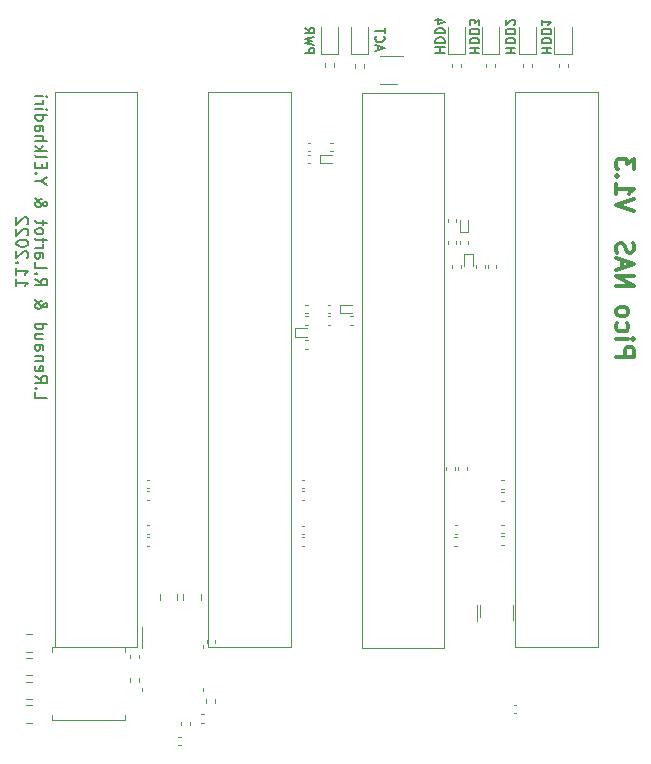
<source format=gbr>
%TF.GenerationSoftware,KiCad,Pcbnew,(6.0.7)*%
%TF.CreationDate,2022-11-21T16:52:03+01:00*%
%TF.ProjectId,MainBoard,4d61696e-426f-4617-9264-2e6b69636164,rev?*%
%TF.SameCoordinates,PXa344e00PY7102aa0*%
%TF.FileFunction,Legend,Bot*%
%TF.FilePolarity,Positive*%
%FSLAX46Y46*%
G04 Gerber Fmt 4.6, Leading zero omitted, Abs format (unit mm)*
G04 Created by KiCad (PCBNEW (6.0.7)) date 2022-11-21 16:52:03*
%MOMM*%
%LPD*%
G01*
G04 APERTURE LIST*
%ADD10C,0.150000*%
%ADD11C,0.300000*%
%ADD12C,0.120000*%
G04 APERTURE END LIST*
D10*
X2627619Y37839286D02*
X2627619Y37363096D01*
X3627619Y37363096D01*
X2722857Y38172620D02*
X2675238Y38220239D01*
X2627619Y38172620D01*
X2675238Y38125000D01*
X2722857Y38172620D01*
X2627619Y38172620D01*
X2627619Y39220239D02*
X3103809Y38886905D01*
X2627619Y38648810D02*
X3627619Y38648810D01*
X3627619Y39029762D01*
X3580000Y39125000D01*
X3532380Y39172620D01*
X3437142Y39220239D01*
X3294285Y39220239D01*
X3199047Y39172620D01*
X3151428Y39125000D01*
X3103809Y39029762D01*
X3103809Y38648810D01*
X2675238Y40029762D02*
X2627619Y39934524D01*
X2627619Y39744048D01*
X2675238Y39648810D01*
X2770476Y39601191D01*
X3151428Y39601191D01*
X3246666Y39648810D01*
X3294285Y39744048D01*
X3294285Y39934524D01*
X3246666Y40029762D01*
X3151428Y40077381D01*
X3056190Y40077381D01*
X2960952Y39601191D01*
X3294285Y40505953D02*
X2627619Y40505953D01*
X3199047Y40505953D02*
X3246666Y40553572D01*
X3294285Y40648810D01*
X3294285Y40791667D01*
X3246666Y40886905D01*
X3151428Y40934524D01*
X2627619Y40934524D01*
X2627619Y41839286D02*
X3151428Y41839286D01*
X3246666Y41791667D01*
X3294285Y41696429D01*
X3294285Y41505953D01*
X3246666Y41410715D01*
X2675238Y41839286D02*
X2627619Y41744048D01*
X2627619Y41505953D01*
X2675238Y41410715D01*
X2770476Y41363096D01*
X2865714Y41363096D01*
X2960952Y41410715D01*
X3008571Y41505953D01*
X3008571Y41744048D01*
X3056190Y41839286D01*
X3294285Y42744048D02*
X2627619Y42744048D01*
X3294285Y42315477D02*
X2770476Y42315477D01*
X2675238Y42363096D01*
X2627619Y42458334D01*
X2627619Y42601191D01*
X2675238Y42696429D01*
X2722857Y42744048D01*
X2627619Y43648810D02*
X3627619Y43648810D01*
X2675238Y43648810D02*
X2627619Y43553572D01*
X2627619Y43363096D01*
X2675238Y43267858D01*
X2722857Y43220239D01*
X2818095Y43172620D01*
X3103809Y43172620D01*
X3199047Y43220239D01*
X3246666Y43267858D01*
X3294285Y43363096D01*
X3294285Y43553572D01*
X3246666Y43648810D01*
X2627619Y45696429D02*
X2627619Y45648810D01*
X2675238Y45553572D01*
X2818095Y45410715D01*
X3103809Y45172620D01*
X3246666Y45077381D01*
X3389523Y45029762D01*
X3484761Y45029762D01*
X3580000Y45077381D01*
X3627619Y45172620D01*
X3627619Y45220239D01*
X3580000Y45315477D01*
X3484761Y45363096D01*
X3437142Y45363096D01*
X3341904Y45315477D01*
X3294285Y45267858D01*
X3103809Y44982143D01*
X3056190Y44934524D01*
X2960952Y44886905D01*
X2818095Y44886905D01*
X2722857Y44934524D01*
X2675238Y44982143D01*
X2627619Y45077381D01*
X2627619Y45220239D01*
X2675238Y45315477D01*
X2722857Y45363096D01*
X2913333Y45505953D01*
X3056190Y45553572D01*
X3151428Y45553572D01*
X2627619Y47458334D02*
X3103809Y47125000D01*
X2627619Y46886905D02*
X3627619Y46886905D01*
X3627619Y47267858D01*
X3580000Y47363096D01*
X3532380Y47410715D01*
X3437142Y47458334D01*
X3294285Y47458334D01*
X3199047Y47410715D01*
X3151428Y47363096D01*
X3103809Y47267858D01*
X3103809Y46886905D01*
X2722857Y47886905D02*
X2675238Y47934524D01*
X2627619Y47886905D01*
X2675238Y47839286D01*
X2722857Y47886905D01*
X2627619Y47886905D01*
X2627619Y48839286D02*
X2627619Y48363096D01*
X3627619Y48363096D01*
X2627619Y49601191D02*
X3151428Y49601191D01*
X3246666Y49553572D01*
X3294285Y49458334D01*
X3294285Y49267858D01*
X3246666Y49172620D01*
X2675238Y49601191D02*
X2627619Y49505953D01*
X2627619Y49267858D01*
X2675238Y49172620D01*
X2770476Y49125000D01*
X2865714Y49125000D01*
X2960952Y49172620D01*
X3008571Y49267858D01*
X3008571Y49505953D01*
X3056190Y49601191D01*
X2627619Y50077381D02*
X3294285Y50077381D01*
X3103809Y50077381D02*
X3199047Y50125000D01*
X3246666Y50172620D01*
X3294285Y50267858D01*
X3294285Y50363096D01*
X3294285Y50553572D02*
X3294285Y50934524D01*
X3627619Y50696429D02*
X2770476Y50696429D01*
X2675238Y50744048D01*
X2627619Y50839286D01*
X2627619Y50934524D01*
X2627619Y51410715D02*
X2675238Y51315477D01*
X2722857Y51267858D01*
X2818095Y51220239D01*
X3103809Y51220239D01*
X3199047Y51267858D01*
X3246666Y51315477D01*
X3294285Y51410715D01*
X3294285Y51553572D01*
X3246666Y51648810D01*
X3199047Y51696429D01*
X3103809Y51744048D01*
X2818095Y51744048D01*
X2722857Y51696429D01*
X2675238Y51648810D01*
X2627619Y51553572D01*
X2627619Y51410715D01*
X3294285Y52029762D02*
X3294285Y52410715D01*
X3627619Y52172620D02*
X2770476Y52172620D01*
X2675238Y52220239D01*
X2627619Y52315477D01*
X2627619Y52410715D01*
X2627619Y54315477D02*
X2627619Y54267858D01*
X2675238Y54172620D01*
X2818095Y54029762D01*
X3103809Y53791667D01*
X3246666Y53696429D01*
X3389523Y53648810D01*
X3484761Y53648810D01*
X3580000Y53696429D01*
X3627619Y53791667D01*
X3627619Y53839286D01*
X3580000Y53934524D01*
X3484761Y53982143D01*
X3437142Y53982143D01*
X3341904Y53934524D01*
X3294285Y53886905D01*
X3103809Y53601191D01*
X3056190Y53553572D01*
X2960952Y53505953D01*
X2818095Y53505953D01*
X2722857Y53553572D01*
X2675238Y53601191D01*
X2627619Y53696429D01*
X2627619Y53839286D01*
X2675238Y53934524D01*
X2722857Y53982143D01*
X2913333Y54125000D01*
X3056190Y54172620D01*
X3151428Y54172620D01*
X3103809Y55696429D02*
X2627619Y55696429D01*
X3627619Y55363096D02*
X3103809Y55696429D01*
X3627619Y56029762D01*
X2722857Y56363096D02*
X2675238Y56410715D01*
X2627619Y56363096D01*
X2675238Y56315477D01*
X2722857Y56363096D01*
X2627619Y56363096D01*
X3151428Y56839286D02*
X3151428Y57172620D01*
X2627619Y57315477D02*
X2627619Y56839286D01*
X3627619Y56839286D01*
X3627619Y57315477D01*
X2627619Y57886905D02*
X2675238Y57791667D01*
X2770476Y57744048D01*
X3627619Y57744048D01*
X2627619Y58267858D02*
X3627619Y58267858D01*
X3008571Y58363096D02*
X2627619Y58648810D01*
X3294285Y58648810D02*
X2913333Y58267858D01*
X2627619Y59077381D02*
X3627619Y59077381D01*
X2627619Y59505953D02*
X3151428Y59505953D01*
X3246666Y59458334D01*
X3294285Y59363096D01*
X3294285Y59220239D01*
X3246666Y59125000D01*
X3199047Y59077381D01*
X2627619Y60410715D02*
X3151428Y60410715D01*
X3246666Y60363096D01*
X3294285Y60267858D01*
X3294285Y60077381D01*
X3246666Y59982143D01*
X2675238Y60410715D02*
X2627619Y60315477D01*
X2627619Y60077381D01*
X2675238Y59982143D01*
X2770476Y59934524D01*
X2865714Y59934524D01*
X2960952Y59982143D01*
X3008571Y60077381D01*
X3008571Y60315477D01*
X3056190Y60410715D01*
X2627619Y61315477D02*
X3627619Y61315477D01*
X2675238Y61315477D02*
X2627619Y61220239D01*
X2627619Y61029762D01*
X2675238Y60934524D01*
X2722857Y60886905D01*
X2818095Y60839286D01*
X3103809Y60839286D01*
X3199047Y60886905D01*
X3246666Y60934524D01*
X3294285Y61029762D01*
X3294285Y61220239D01*
X3246666Y61315477D01*
X2627619Y61791667D02*
X3294285Y61791667D01*
X3627619Y61791667D02*
X3580000Y61744048D01*
X3532380Y61791667D01*
X3580000Y61839286D01*
X3627619Y61791667D01*
X3532380Y61791667D01*
X2627619Y62267858D02*
X3294285Y62267858D01*
X3103809Y62267858D02*
X3199047Y62315477D01*
X3246666Y62363096D01*
X3294285Y62458334D01*
X3294285Y62553572D01*
X2627619Y62886905D02*
X3294285Y62886905D01*
X3627619Y62886905D02*
X3580000Y62839286D01*
X3532380Y62886905D01*
X3580000Y62934524D01*
X3627619Y62886905D01*
X3532380Y62886905D01*
X1017619Y47410715D02*
X1017619Y46839286D01*
X1017619Y47125000D02*
X2017619Y47125000D01*
X1874761Y47029762D01*
X1779523Y46934524D01*
X1731904Y46839286D01*
X1017619Y48363096D02*
X1017619Y47791667D01*
X1017619Y48077381D02*
X2017619Y48077381D01*
X1874761Y47982143D01*
X1779523Y47886905D01*
X1731904Y47791667D01*
X1112857Y48791667D02*
X1065238Y48839286D01*
X1017619Y48791667D01*
X1065238Y48744048D01*
X1112857Y48791667D01*
X1017619Y48791667D01*
X1922380Y49220239D02*
X1970000Y49267858D01*
X2017619Y49363096D01*
X2017619Y49601191D01*
X1970000Y49696429D01*
X1922380Y49744048D01*
X1827142Y49791667D01*
X1731904Y49791667D01*
X1589047Y49744048D01*
X1017619Y49172620D01*
X1017619Y49791667D01*
X2017619Y50410715D02*
X2017619Y50505953D01*
X1970000Y50601191D01*
X1922380Y50648810D01*
X1827142Y50696429D01*
X1636666Y50744048D01*
X1398571Y50744048D01*
X1208095Y50696429D01*
X1112857Y50648810D01*
X1065238Y50601191D01*
X1017619Y50505953D01*
X1017619Y50410715D01*
X1065238Y50315477D01*
X1112857Y50267858D01*
X1208095Y50220239D01*
X1398571Y50172620D01*
X1636666Y50172620D01*
X1827142Y50220239D01*
X1922380Y50267858D01*
X1970000Y50315477D01*
X2017619Y50410715D01*
X1922380Y51125000D02*
X1970000Y51172620D01*
X2017619Y51267858D01*
X2017619Y51505953D01*
X1970000Y51601191D01*
X1922380Y51648810D01*
X1827142Y51696429D01*
X1731904Y51696429D01*
X1589047Y51648810D01*
X1017619Y51077381D01*
X1017619Y51696429D01*
X1922380Y52077381D02*
X1970000Y52125000D01*
X2017619Y52220239D01*
X2017619Y52458334D01*
X1970000Y52553572D01*
X1922380Y52601191D01*
X1827142Y52648810D01*
X1731904Y52648810D01*
X1589047Y52601191D01*
X1017619Y52029762D01*
X1017619Y52648810D01*
X25438095Y66533334D02*
X26238095Y66533334D01*
X26238095Y66838096D01*
X26200000Y66914286D01*
X26161904Y66952381D01*
X26085714Y66990477D01*
X25971428Y66990477D01*
X25895238Y66952381D01*
X25857142Y66914286D01*
X25819047Y66838096D01*
X25819047Y66533334D01*
X26238095Y67257143D02*
X25438095Y67447620D01*
X26009523Y67600000D01*
X25438095Y67752381D01*
X26238095Y67942858D01*
X25438095Y68704762D02*
X25819047Y68438096D01*
X25438095Y68247620D02*
X26238095Y68247620D01*
X26238095Y68552381D01*
X26200000Y68628572D01*
X26161904Y68666667D01*
X26085714Y68704762D01*
X25971428Y68704762D01*
X25895238Y68666667D01*
X25857142Y68628572D01*
X25819047Y68552381D01*
X25819047Y68247620D01*
X36488095Y66590477D02*
X37288095Y66590477D01*
X36907142Y66590477D02*
X36907142Y67047620D01*
X36488095Y67047620D02*
X37288095Y67047620D01*
X36488095Y67428572D02*
X37288095Y67428572D01*
X37288095Y67619048D01*
X37250000Y67733334D01*
X37173809Y67809524D01*
X37097619Y67847620D01*
X36945238Y67885715D01*
X36830952Y67885715D01*
X36678571Y67847620D01*
X36602380Y67809524D01*
X36526190Y67733334D01*
X36488095Y67619048D01*
X36488095Y67428572D01*
X36488095Y68228572D02*
X37288095Y68228572D01*
X37288095Y68419048D01*
X37250000Y68533334D01*
X37173809Y68609524D01*
X37097619Y68647620D01*
X36945238Y68685715D01*
X36830952Y68685715D01*
X36678571Y68647620D01*
X36602380Y68609524D01*
X36526190Y68533334D01*
X36488095Y68419048D01*
X36488095Y68228572D01*
X37021428Y69371429D02*
X36488095Y69371429D01*
X37326190Y69180953D02*
X36754761Y68990477D01*
X36754761Y69485715D01*
X45488095Y66540477D02*
X46288095Y66540477D01*
X45907142Y66540477D02*
X45907142Y66997620D01*
X45488095Y66997620D02*
X46288095Y66997620D01*
X45488095Y67378572D02*
X46288095Y67378572D01*
X46288095Y67569048D01*
X46250000Y67683334D01*
X46173809Y67759524D01*
X46097619Y67797620D01*
X45945238Y67835715D01*
X45830952Y67835715D01*
X45678571Y67797620D01*
X45602380Y67759524D01*
X45526190Y67683334D01*
X45488095Y67569048D01*
X45488095Y67378572D01*
X45488095Y68178572D02*
X46288095Y68178572D01*
X46288095Y68369048D01*
X46250000Y68483334D01*
X46173809Y68559524D01*
X46097619Y68597620D01*
X45945238Y68635715D01*
X45830952Y68635715D01*
X45678571Y68597620D01*
X45602380Y68559524D01*
X45526190Y68483334D01*
X45488095Y68369048D01*
X45488095Y68178572D01*
X45488095Y69397620D02*
X45488095Y68940477D01*
X45488095Y69169048D02*
X46288095Y69169048D01*
X46173809Y69092858D01*
X46097619Y69016667D01*
X46059523Y68940477D01*
X31616666Y66804762D02*
X31616666Y67185715D01*
X31388095Y66728572D02*
X32188095Y66995239D01*
X31388095Y67261905D01*
X31464285Y67985715D02*
X31426190Y67947620D01*
X31388095Y67833334D01*
X31388095Y67757143D01*
X31426190Y67642858D01*
X31502380Y67566667D01*
X31578571Y67528572D01*
X31730952Y67490477D01*
X31845238Y67490477D01*
X31997619Y67528572D01*
X32073809Y67566667D01*
X32150000Y67642858D01*
X32188095Y67757143D01*
X32188095Y67833334D01*
X32150000Y67947620D01*
X32111904Y67985715D01*
X32188095Y68214286D02*
X32188095Y68671429D01*
X31388095Y68442858D02*
X32188095Y68442858D01*
X39388095Y66540477D02*
X40188095Y66540477D01*
X39807142Y66540477D02*
X39807142Y66997620D01*
X39388095Y66997620D02*
X40188095Y66997620D01*
X39388095Y67378572D02*
X40188095Y67378572D01*
X40188095Y67569048D01*
X40150000Y67683334D01*
X40073809Y67759524D01*
X39997619Y67797620D01*
X39845238Y67835715D01*
X39730952Y67835715D01*
X39578571Y67797620D01*
X39502380Y67759524D01*
X39426190Y67683334D01*
X39388095Y67569048D01*
X39388095Y67378572D01*
X39388095Y68178572D02*
X40188095Y68178572D01*
X40188095Y68369048D01*
X40150000Y68483334D01*
X40073809Y68559524D01*
X39997619Y68597620D01*
X39845238Y68635715D01*
X39730952Y68635715D01*
X39578571Y68597620D01*
X39502380Y68559524D01*
X39426190Y68483334D01*
X39388095Y68369048D01*
X39388095Y68178572D01*
X40188095Y68902381D02*
X40188095Y69397620D01*
X39883333Y69130953D01*
X39883333Y69245239D01*
X39845238Y69321429D01*
X39807142Y69359524D01*
X39730952Y69397620D01*
X39540476Y69397620D01*
X39464285Y69359524D01*
X39426190Y69321429D01*
X39388095Y69245239D01*
X39388095Y69016667D01*
X39426190Y68940477D01*
X39464285Y68902381D01*
D11*
X51821428Y40842858D02*
X53321428Y40842858D01*
X53321428Y41414286D01*
X53250000Y41557143D01*
X53178571Y41628572D01*
X53035714Y41700000D01*
X52821428Y41700000D01*
X52678571Y41628572D01*
X52607142Y41557143D01*
X52535714Y41414286D01*
X52535714Y40842858D01*
X51821428Y42342858D02*
X52821428Y42342858D01*
X53321428Y42342858D02*
X53250000Y42271429D01*
X53178571Y42342858D01*
X53250000Y42414286D01*
X53321428Y42342858D01*
X53178571Y42342858D01*
X51892857Y43700000D02*
X51821428Y43557143D01*
X51821428Y43271429D01*
X51892857Y43128572D01*
X51964285Y43057143D01*
X52107142Y42985715D01*
X52535714Y42985715D01*
X52678571Y43057143D01*
X52750000Y43128572D01*
X52821428Y43271429D01*
X52821428Y43557143D01*
X52750000Y43700000D01*
X51821428Y44557143D02*
X51892857Y44414286D01*
X51964285Y44342858D01*
X52107142Y44271429D01*
X52535714Y44271429D01*
X52678571Y44342858D01*
X52750000Y44414286D01*
X52821428Y44557143D01*
X52821428Y44771429D01*
X52750000Y44914286D01*
X52678571Y44985715D01*
X52535714Y45057143D01*
X52107142Y45057143D01*
X51964285Y44985715D01*
X51892857Y44914286D01*
X51821428Y44771429D01*
X51821428Y44557143D01*
X51821428Y46842858D02*
X53321428Y46842858D01*
X51821428Y47700000D01*
X53321428Y47700000D01*
X52250000Y48342858D02*
X52250000Y49057143D01*
X51821428Y48200000D02*
X53321428Y48700000D01*
X51821428Y49200000D01*
X51892857Y49628572D02*
X51821428Y49842858D01*
X51821428Y50200000D01*
X51892857Y50342858D01*
X51964285Y50414286D01*
X52107142Y50485715D01*
X52250000Y50485715D01*
X52392857Y50414286D01*
X52464285Y50342858D01*
X52535714Y50200000D01*
X52607142Y49914286D01*
X52678571Y49771429D01*
X52750000Y49700000D01*
X52892857Y49628572D01*
X53035714Y49628572D01*
X53178571Y49700000D01*
X53250000Y49771429D01*
X53321428Y49914286D01*
X53321428Y50271429D01*
X53250000Y50485715D01*
X53321428Y53200000D02*
X51821428Y53700000D01*
X53321428Y54200000D01*
X51821428Y55485715D02*
X51821428Y54628572D01*
X51821428Y55057143D02*
X53321428Y55057143D01*
X53107142Y54914286D01*
X52964285Y54771429D01*
X52892857Y54628572D01*
X51964285Y56128572D02*
X51892857Y56200000D01*
X51821428Y56128572D01*
X51892857Y56057143D01*
X51964285Y56128572D01*
X51821428Y56128572D01*
X53321428Y56700000D02*
X53321428Y57628572D01*
X52750000Y57128572D01*
X52750000Y57342858D01*
X52678571Y57485715D01*
X52607142Y57557143D01*
X52464285Y57628572D01*
X52107142Y57628572D01*
X51964285Y57557143D01*
X51892857Y57485715D01*
X51821428Y57342858D01*
X51821428Y56914286D01*
X51892857Y56771429D01*
X51964285Y56700000D01*
D10*
X42438095Y66540477D02*
X43238095Y66540477D01*
X42857142Y66540477D02*
X42857142Y66997620D01*
X42438095Y66997620D02*
X43238095Y66997620D01*
X42438095Y67378572D02*
X43238095Y67378572D01*
X43238095Y67569048D01*
X43200000Y67683334D01*
X43123809Y67759524D01*
X43047619Y67797620D01*
X42895238Y67835715D01*
X42780952Y67835715D01*
X42628571Y67797620D01*
X42552380Y67759524D01*
X42476190Y67683334D01*
X42438095Y67569048D01*
X42438095Y67378572D01*
X42438095Y68178572D02*
X43238095Y68178572D01*
X43238095Y68369048D01*
X43200000Y68483334D01*
X43123809Y68559524D01*
X43047619Y68597620D01*
X42895238Y68635715D01*
X42780952Y68635715D01*
X42628571Y68597620D01*
X42552380Y68559524D01*
X42476190Y68483334D01*
X42438095Y68369048D01*
X42438095Y68178572D01*
X43161904Y68940477D02*
X43200000Y68978572D01*
X43238095Y69054762D01*
X43238095Y69245239D01*
X43200000Y69321429D01*
X43161904Y69359524D01*
X43085714Y69397620D01*
X43009523Y69397620D01*
X42895238Y69359524D01*
X42438095Y68902381D01*
X42438095Y69397620D01*
D12*
%TO.C,R8*%
X37920000Y65653641D02*
X37920000Y65346359D01*
X38680000Y65653641D02*
X38680000Y65346359D01*
%TO.C,U1*%
X43070000Y19840000D02*
X43070000Y18540000D01*
X40270000Y19840000D02*
X40270000Y18840000D01*
%TO.C,C41*%
X25907836Y57960000D02*
X25692164Y57960000D01*
X25907836Y57240000D02*
X25692164Y57240000D01*
%TO.C,R27*%
X30430000Y65296359D02*
X30430000Y65603641D01*
X29670000Y65296359D02*
X29670000Y65603641D01*
%TO.C,J2*%
X43255000Y16235000D02*
X50240000Y16235000D01*
X50240000Y16235000D02*
X50240000Y63225000D01*
X43255000Y63225000D02*
X43255000Y16235000D01*
X50240000Y63225000D02*
X43255000Y63225000D01*
%TO.C,C1*%
X43327836Y10640000D02*
X43112164Y10640000D01*
X43327836Y11360000D02*
X43112164Y11360000D01*
%TO.C,R6*%
X43920000Y65653641D02*
X43920000Y65346359D01*
X44680000Y65653641D02*
X44680000Y65346359D01*
%TO.C,C75*%
X14605000Y20761252D02*
X14605000Y20238748D01*
X13135000Y20761252D02*
X13135000Y20238748D01*
%TO.C,C76*%
X1808748Y11865000D02*
X2331252Y11865000D01*
X1808748Y13335000D02*
X2331252Y13335000D01*
%TO.C,C18*%
X42277836Y29660000D02*
X42062164Y29660000D01*
X42277836Y30380000D02*
X42062164Y30380000D01*
%TO.C,C17*%
X12062164Y29460000D02*
X12277836Y29460000D01*
X12062164Y28740000D02*
X12277836Y28740000D01*
%TO.C,C10*%
X12062164Y25840000D02*
X12277836Y25840000D01*
X12062164Y26560000D02*
X12277836Y26560000D01*
%TO.C,R21*%
X15680000Y9646359D02*
X15680000Y9953641D01*
X14920000Y9646359D02*
X14920000Y9953641D01*
%TO.C,C56*%
X27607836Y45260000D02*
X27392164Y45260000D01*
X27607836Y44540000D02*
X27392164Y44540000D01*
%TO.C,C16*%
X25162164Y28740000D02*
X25377836Y28740000D01*
X25162164Y29460000D02*
X25377836Y29460000D01*
%TO.C,C20*%
X25162164Y29720000D02*
X25377836Y29720000D01*
X25162164Y30440000D02*
X25377836Y30440000D01*
%TO.C,C8*%
X38120164Y26594000D02*
X38335836Y26594000D01*
X38120164Y25874000D02*
X38335836Y25874000D01*
%TO.C,D1*%
X48035000Y68800000D02*
X48035000Y66515000D01*
X48035000Y66515000D02*
X46565000Y66515000D01*
X46565000Y66515000D02*
X46565000Y68800000D01*
%TO.C,D2*%
X43565000Y66515000D02*
X43565000Y68800000D01*
X45035000Y66515000D02*
X43565000Y66515000D01*
X45035000Y68800000D02*
X45035000Y66515000D01*
%TO.C,C21*%
X12062164Y29720000D02*
X12277836Y29720000D01*
X12062164Y30440000D02*
X12277836Y30440000D01*
%TO.C,C5*%
X25162164Y25560000D02*
X25377836Y25560000D01*
X25162164Y24840000D02*
X25377836Y24840000D01*
%TO.C,C77*%
X14724164Y7966000D02*
X14939836Y7966000D01*
X14724164Y8686000D02*
X14939836Y8686000D01*
%TO.C,R22*%
X16928641Y10630000D02*
X16621359Y10630000D01*
X16928641Y9870000D02*
X16621359Y9870000D01*
%TO.C,C48*%
X24584000Y42540000D02*
X24584000Y43260000D01*
X24584000Y42540000D02*
X25600000Y42540000D01*
X24584000Y43260000D02*
X25600000Y43260000D01*
%TO.C,R5*%
X47680000Y65653641D02*
X47680000Y65346359D01*
X46920000Y65653641D02*
X46920000Y65346359D01*
%TO.C,R23*%
X17060000Y11863641D02*
X17060000Y11556359D01*
X17820000Y11863641D02*
X17820000Y11556359D01*
%TO.C,C4*%
X38100164Y24858000D02*
X38315836Y24858000D01*
X38100164Y25578000D02*
X38315836Y25578000D01*
%TO.C,U9*%
X31825000Y66285000D02*
X33725000Y66285000D01*
X33225000Y63965000D02*
X31825000Y63965000D01*
%TO.C,C66*%
X10640000Y15587836D02*
X10640000Y15372164D01*
X11360000Y15587836D02*
X11360000Y15372164D01*
%TO.C,R20*%
X10620000Y13633641D02*
X10620000Y13326359D01*
X11380000Y13633641D02*
X11380000Y13326359D01*
%TO.C,D11*%
X28235000Y68800000D02*
X28235000Y66515000D01*
X26765000Y66515000D02*
X26765000Y68800000D01*
X28235000Y66515000D02*
X26765000Y66515000D01*
%TO.C,C59*%
X25492164Y41540000D02*
X25707836Y41540000D01*
X25492164Y42260000D02*
X25707836Y42260000D01*
%TO.C,L1*%
X10200000Y16300000D02*
X10200000Y15850000D01*
X10200000Y10100000D02*
X10200000Y10550000D01*
X4000000Y16300000D02*
X4000000Y15850000D01*
X10200000Y16300000D02*
X4000000Y16300000D01*
X4000000Y10100000D02*
X10200000Y10100000D01*
X4000000Y10100000D02*
X4000000Y10550000D01*
%TO.C,C6*%
X12062164Y24840000D02*
X12277836Y24840000D01*
X12062164Y25560000D02*
X12277836Y25560000D01*
%TO.C,C34*%
X39940000Y48607836D02*
X39940000Y48392164D01*
X40660000Y48607836D02*
X40660000Y48392164D01*
%TO.C,C39*%
X41660000Y48607836D02*
X41660000Y48392164D01*
X40940000Y48607836D02*
X40940000Y48392164D01*
%TO.C,C38*%
X38540000Y50607836D02*
X38540000Y50392164D01*
X39260000Y50607836D02*
X39260000Y50392164D01*
%TO.C,D3*%
X41905000Y68800000D02*
X41905000Y66515000D01*
X41905000Y66515000D02*
X40435000Y66515000D01*
X40435000Y66515000D02*
X40435000Y68800000D01*
%TO.C,C71*%
X1808748Y15335000D02*
X2331252Y15335000D01*
X1808748Y13865000D02*
X2331252Y13865000D01*
%TO.C,D4*%
X37565000Y66515000D02*
X37565000Y68800000D01*
X39035000Y66515000D02*
X37565000Y66515000D01*
X39035000Y68800000D02*
X39035000Y66515000D01*
%TO.C,C9*%
X25162164Y26540000D02*
X25377836Y26540000D01*
X25162164Y25820000D02*
X25377836Y25820000D01*
%TO.C,C57*%
X25492164Y43540000D02*
X25707836Y43540000D01*
X25492164Y44260000D02*
X25707836Y44260000D01*
%TO.C,C14*%
X42277836Y29360000D02*
X42062164Y29360000D01*
X42277836Y28640000D02*
X42062164Y28640000D01*
%TO.C,J3*%
X37240000Y63215000D02*
X30255000Y63215000D01*
X30255000Y16225000D02*
X37240000Y16225000D01*
X37240000Y16225000D02*
X37240000Y63215000D01*
X30255000Y63215000D02*
X30255000Y16225000D01*
%TO.C,U2*%
X37220000Y19800000D02*
X37220000Y18800000D01*
X40020000Y19800000D02*
X40020000Y18500000D01*
%TO.C,C47*%
X28384000Y44540000D02*
X29400000Y44540000D01*
X28384000Y44540000D02*
X28384000Y45260000D01*
X28384000Y45260000D02*
X29400000Y45260000D01*
%TO.C,C19*%
X37410000Y31292164D02*
X37410000Y31507836D01*
X38130000Y31292164D02*
X38130000Y31507836D01*
%TO.C,C31*%
X27592164Y58240000D02*
X27807836Y58240000D01*
X27592164Y58960000D02*
X27807836Y58960000D01*
%TO.C,C29*%
X37940000Y48607836D02*
X37940000Y48392164D01*
X38660000Y48607836D02*
X38660000Y48392164D01*
%TO.C,C7*%
X42277836Y26640000D02*
X42062164Y26640000D01*
X42277836Y25920000D02*
X42062164Y25920000D01*
%TO.C,C58*%
X27607836Y44260000D02*
X27392164Y44260000D01*
X27607836Y43540000D02*
X27392164Y43540000D01*
%TO.C,D12*%
X30785000Y66515000D02*
X29315000Y66515000D01*
X30785000Y68800000D02*
X30785000Y66515000D01*
X29315000Y66515000D02*
X29315000Y68800000D01*
%TO.C,C28*%
X37540000Y52292164D02*
X37540000Y52507836D01*
X38260000Y52292164D02*
X38260000Y52507836D01*
%TO.C,U7*%
X16785000Y16190584D02*
X16785000Y16430000D01*
X16785000Y12769416D02*
X16785000Y12530000D01*
X11665000Y12769416D02*
X11665000Y12530000D01*
X11665000Y16190584D02*
X11665000Y17930000D01*
%TO.C,C70*%
X16635000Y20761252D02*
X16635000Y20238748D01*
X15165000Y20761252D02*
X15165000Y20238748D01*
%TO.C,C68*%
X1808748Y17335000D02*
X2331252Y17335000D01*
X1808748Y15865000D02*
X2331252Y15865000D01*
%TO.C,J4*%
X17255000Y16235000D02*
X24240000Y16235000D01*
X24240000Y63225000D02*
X17255000Y63225000D01*
X24240000Y16235000D02*
X24240000Y63225000D01*
X17255000Y63225000D02*
X17255000Y16235000D01*
%TO.C,C15*%
X39130000Y31292164D02*
X39130000Y31507836D01*
X38410000Y31292164D02*
X38410000Y31507836D01*
%TO.C,C26*%
X26684000Y57240000D02*
X27700000Y57240000D01*
X26684000Y57240000D02*
X26684000Y57960000D01*
X26684000Y57960000D02*
X27700000Y57960000D01*
%TO.C,C52*%
X29292164Y43540000D02*
X29507836Y43540000D01*
X29292164Y44260000D02*
X29507836Y44260000D01*
%TO.C,C3*%
X42277836Y25660000D02*
X42062164Y25660000D01*
X42277836Y24940000D02*
X42062164Y24940000D01*
%TO.C,C53*%
X25492164Y44540000D02*
X25707836Y44540000D01*
X25492164Y45260000D02*
X25707836Y45260000D01*
%TO.C,R7*%
X41550000Y65653641D02*
X41550000Y65346359D01*
X40790000Y65653641D02*
X40790000Y65346359D01*
%TO.C,C69*%
X17140000Y16622164D02*
X17140000Y16837836D01*
X17860000Y16622164D02*
X17860000Y16837836D01*
%TO.C,C36*%
X25907836Y58960000D02*
X25692164Y58960000D01*
X25907836Y58240000D02*
X25692164Y58240000D01*
%TO.C,C33*%
X38260000Y50607836D02*
X38260000Y50392164D01*
X37540000Y50607836D02*
X37540000Y50392164D01*
%TO.C,C73*%
X1808748Y11335000D02*
X2331252Y11335000D01*
X1808748Y9865000D02*
X2331252Y9865000D01*
%TO.C,R9*%
X27880000Y65396359D02*
X27880000Y65703641D01*
X27120000Y65396359D02*
X27120000Y65703641D01*
%TO.C,J5*%
X4245000Y16235000D02*
X11230000Y16235000D01*
X11230000Y16235000D02*
X11230000Y63225000D01*
X4245000Y63225000D02*
X4245000Y16235000D01*
X11230000Y63225000D02*
X4245000Y63225000D01*
%TO.C,C24*%
X39660000Y49516000D02*
X39660000Y48500000D01*
X38940000Y49516000D02*
X39660000Y49516000D01*
X38940000Y49516000D02*
X38940000Y48500000D01*
%TO.C,C23*%
X39260000Y51384000D02*
X39260000Y52400000D01*
X39260000Y51384000D02*
X38540000Y51384000D01*
X38540000Y51384000D02*
X38540000Y52400000D01*
%TD*%
M02*

</source>
